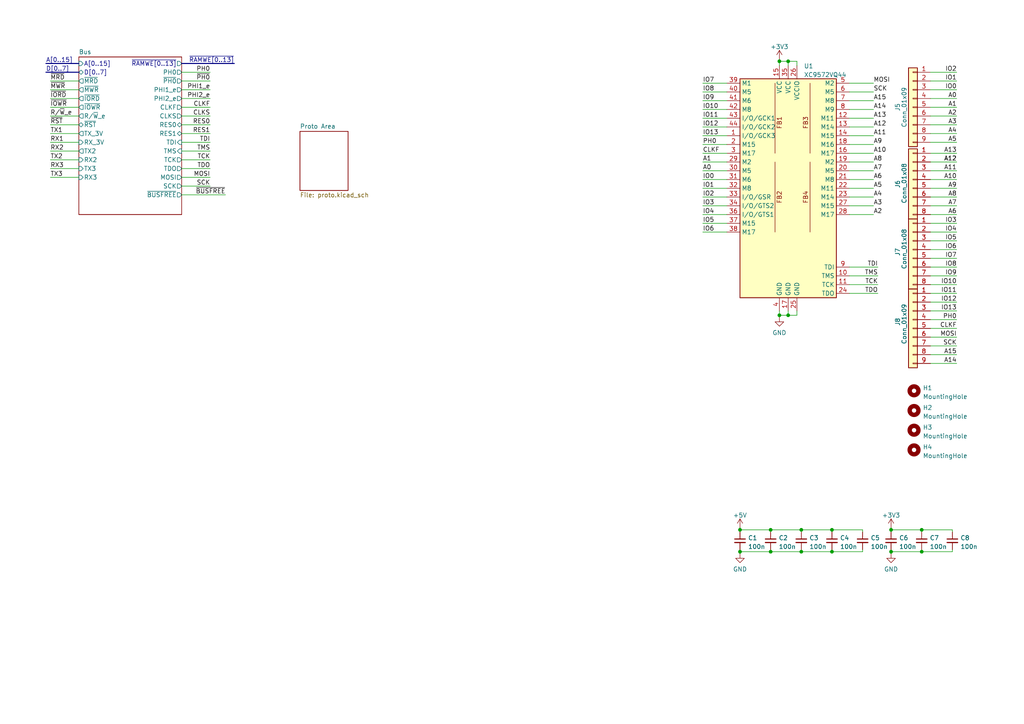
<source format=kicad_sch>
(kicad_sch (version 20230121) (generator eeschema)
  (paper "A4")
  (title_block (title "Unicomp v2 - 6502 6802 Board") (date "2023-06-29") (rev "v2") (company "100% Offner") (comment 1 "v2: Initial"))
  (lib_symbols
    (symbol "Connector_Generic:Conn_01x08" (pin_names (offset 1.016) hide)
      (property "Reference" "J" (at 0 10.16 0))
      (property "Value" "Conn_01x08" (at 0 -12.7 0))
      (symbol "Conn_01x08_1_1"
        (rectangle (start -1.27 -10.033) (end 0 -10.287) (stroke (width 0.1524)))
        (rectangle (start -1.27 -7.493) (end 0 -7.747) (stroke (width 0.1524)))
        (rectangle (start -1.27 -4.953) (end 0 -5.207) (stroke (width 0.1524)))
        (rectangle (start -1.27 -2.413) (end 0 -2.667) (stroke (width 0.1524)))
        (rectangle (start -1.27 0.127) (end 0 -0.127) (stroke (width 0.1524)))
        (rectangle (start -1.27 2.667) (end 0 2.413) (stroke (width 0.1524)))
        (rectangle (start -1.27 5.207) (end 0 4.953) (stroke (width 0.1524)))
        (rectangle (start -1.27 7.747) (end 0 7.493) (stroke (width 0.1524)))
        (rectangle (start -1.27 8.89) (end 1.27 -11.43) (stroke (width 0.254)) (fill (type background)))
        (pin passive line (at -5.08 7.62 0) (length 3.81) (name "Pin_1") (number "1"))
        (pin passive line (at -5.08 5.08 0) (length 3.81) (name "Pin_2") (number "2"))
        (pin passive line (at -5.08 2.54 0) (length 3.81) (name "Pin_3") (number "3"))
        (pin passive line (at -5.08 0 0) (length 3.81) (name "Pin_4") (number "4"))
        (pin passive line (at -5.08 -2.54 0) (length 3.81) (name "Pin_5") (number "5"))
        (pin passive line (at -5.08 -5.08 0) (length 3.81) (name "Pin_6") (number "6"))
        (pin passive line (at -5.08 -7.62 0) (length 3.81) (name "Pin_7") (number "7"))
        (pin passive line (at -5.08 -10.16 0) (length 3.81) (name "Pin_8") (number "8"))
      )
    )
    (symbol "Connector_Generic:Conn_01x09" (pin_names (offset 1.016) hide)
      (property "Reference" "J" (at 0 12.7 0))
      (property "Value" "Conn_01x09" (at 0 -12.7 0))
      (symbol "Conn_01x09_1_1"
        (rectangle (start -1.27 -10.033) (end 0 -10.287) (stroke (width 0.1524)))
        (rectangle (start -1.27 -7.493) (end 0 -7.747) (stroke (width 0.1524)))
        (rectangle (start -1.27 -4.953) (end 0 -5.207) (stroke (width 0.1524)))
        (rectangle (start -1.27 -2.413) (end 0 -2.667) (stroke (width 0.1524)))
        (rectangle (start -1.27 0.127) (end 0 -0.127) (stroke (width 0.1524)))
        (rectangle (start -1.27 2.667) (end 0 2.413) (stroke (width 0.1524)))
        (rectangle (start -1.27 5.207) (end 0 4.953) (stroke (width 0.1524)))
        (rectangle (start -1.27 7.747) (end 0 7.493) (stroke (width 0.1524)))
        (rectangle (start -1.27 10.287) (end 0 10.033) (stroke (width 0.1524)))
        (rectangle (start -1.27 11.43) (end 1.27 -11.43) (stroke (width 0.254)) (fill (type background)))
        (pin passive line (at -5.08 10.16 0) (length 3.81) (name "Pin_1") (number "1"))
        (pin passive line (at -5.08 7.62 0) (length 3.81) (name "Pin_2") (number "2"))
        (pin passive line (at -5.08 5.08 0) (length 3.81) (name "Pin_3") (number "3"))
        (pin passive line (at -5.08 2.54 0) (length 3.81) (name "Pin_4") (number "4"))
        (pin passive line (at -5.08 0 0) (length 3.81) (name "Pin_5") (number "5"))
        (pin passive line (at -5.08 -2.54 0) (length 3.81) (name "Pin_6") (number "6"))
        (pin passive line (at -5.08 -5.08 0) (length 3.81) (name "Pin_7") (number "7"))
        (pin passive line (at -5.08 -7.62 0) (length 3.81) (name "Pin_8") (number "8"))
        (pin passive line (at -5.08 -10.16 0) (length 3.81) (name "Pin_9") (number "9"))
      )
    )
    (symbol "Device:C_Small" (pin_numbers hide) (pin_names (offset 0.254) hide)
      (property "Reference" "C" (at 0.254 1.778 0))
      (property "Value" "C_Small" (at 0.254 -2.032 0))
      (symbol "C_Small_0_1"
        (polyline (pts (xy -1.524 -0.508) (xy 1.524 -0.508)) (stroke (width 0.3302)))
        (polyline (pts (xy -1.524 0.508) (xy 1.524 0.508)) (stroke (width 0.3048)))
      )
      (symbol "C_Small_1_1"
        (pin passive line (at 0 2.54 270) (length 2.032) (name "~") (number "1"))
        (pin passive line (at 0 -2.54 90) (length 2.032) (name "~") (number "2"))
      )
    )
    (symbol "Mechanical:MountingHole" (pin_names (offset 1.016))
      (property "Reference" "H" (at 0 5.08 0))
      (property "Value" "MountingHole" (at 0 3.175 0))
      (symbol "MountingHole_0_1"
        (circle (center 0 0) (radius 1.27) (stroke (width 1.27)))
      )
    )
    (symbol "my_ics_new:XC9572VQ44"
      (property "Reference" "U" (at -12.7 34.29 0))
      (property "Value" "XC9572VQ44" (at -12.7 31.75 0))
      (symbol "XC9572VQ44_0_0"
        (text "FB1" (at -2.54 16.51 900) (effects (font (size 1.27 1.27))))
        (text "FB2" (at -2.54 -5.08 900) (effects (font (size 1.27 1.27))))
        (text "FB3" (at 5.08 16.51 900) (effects (font (size 1.27 1.27))))
        (text "FB4" (at 5.08 -5.08 900) (effects (font (size 1.27 1.27))))
      )
      (symbol "XC9572VQ44_0_1"
        (polyline (pts (xy -3.81 5.08) (xy -3.81 -15.24)) (stroke (width 0.1524)))
        (polyline (pts (xy -3.81 7.62) (xy -3.81 27.94)) (stroke (width 0.1524)))
        (polyline (pts (xy 6.35 5.08) (xy 6.35 -15.24)) (stroke (width 0.1524)))
        (polyline (pts (xy 6.35 7.62) (xy 6.35 27.94)) (stroke (width 0.1524)))
      )
      (symbol "XC9572VQ44_1_1"
        (rectangle (start -13.97 29.21) (end 13.97 -34.29) (stroke (width 0.254)) (fill (type background)))
        (pin bidirectional line (at -17.78 12.7 0) (length 3.81) (name "I/O/GCK3") (number "1"))
        (pin input line (at 17.78 -27.94 180) (length 3.81) (name "TMS") (number "10"))
        (pin input line (at 17.78 -30.48 180) (length 3.81) (name "TCK") (number "11"))
        (pin bidirectional line (at 17.78 17.78 180) (length 3.81) (name "M11") (number "12"))
        (pin bidirectional line (at 17.78 15.24 180) (length 3.81) (name "M14") (number "13"))
        (pin bidirectional line (at 17.78 12.7 180) (length 3.81) (name "M15") (number "14"))
        (pin power_in line (at -2.54 33.02 270) (length 3.81) (name "VCC") (number "15"))
        (pin bidirectional line (at 17.78 7.62 180) (length 3.81) (name "M17") (number "16"))
        (pin power_in line (at 0 -38.1 90) (length 3.81) (name "GND") (number "17"))
        (pin bidirectional line (at 17.78 10.16 180) (length 3.81) (name "M16") (number "18"))
        (pin bidirectional line (at 17.78 5.08 180) (length 3.81) (name "M2") (number "19"))
        (pin bidirectional line (at -17.78 10.16 0) (length 3.81) (name "M15") (number "2"))
        (pin bidirectional line (at 17.78 2.54 180) (length 3.81) (name "M5") (number "20"))
        (pin bidirectional line (at 17.78 0 180) (length 3.81) (name "M8") (number "21"))
        (pin bidirectional line (at 17.78 -2.54 180) (length 3.81) (name "M11") (number "22"))
        (pin bidirectional line (at 17.78 -5.08 180) (length 3.81) (name "M14") (number "23"))
        (pin output line (at 17.78 -33.02 180) (length 3.81) (name "TDO") (number "24"))
        (pin power_in line (at 2.54 -38.1 90) (length 3.81) (name "GND") (number "25"))
        (pin power_in line (at 2.54 33.02 270) (length 3.81) (name "VCCIO") (number "26"))
        (pin bidirectional line (at 17.78 -7.62 180) (length 3.81) (name "M15") (number "27"))
        (pin bidirectional line (at 17.78 -10.16 180) (length 3.81) (name "M17") (number "28"))
        (pin bidirectional line (at -17.78 5.08 0) (length 3.81) (name "M2") (number "29"))
        (pin bidirectional line (at -17.78 7.62 0) (length 3.81) (name "M17") (number "3"))
        (pin bidirectional line (at -17.78 2.54 0) (length 3.81) (name "M5") (number "30"))
        (pin bidirectional line (at -17.78 0 0) (length 3.81) (name "M6") (number "31"))
        (pin bidirectional line (at -17.78 -2.54 0) (length 3.81) (name "M8") (number "32"))
        (pin bidirectional line (at -17.78 -5.08 0) (length 3.81) (name "I/O/GSR") (number "33"))
        (pin bidirectional line (at -17.78 -7.62 0) (length 3.81) (name "I/O/GTS2") (number "34"))
        (pin power_in line (at 0 33.02 270) (length 3.81) (name "VCC") (number "35"))
        (pin bidirectional line (at -17.78 -10.16 0) (length 3.81) (name "I/O/GTS1") (number "36"))
        (pin bidirectional line (at -17.78 -12.7 0) (length 3.81) (name "M15") (number "37"))
        (pin bidirectional line (at -17.78 -15.24 0) (length 3.81) (name "M17") (number "38"))
        (pin bidirectional line (at -17.78 27.94 0) (length 3.81) (name "M1") (number "39"))
        (pin power_in line (at -2.54 -38.1 90) (length 3.81) (name "GND") (number "4"))
        (pin bidirectional line (at -17.78 25.4 0) (length 3.81) (name "M5") (number "40"))
        (pin bidirectional line (at -17.78 22.86 0) (length 3.81) (name "M6") (number "41"))
        (pin bidirectional line (at -17.78 20.32 0) (length 3.81) (name "M8") (number "42"))
        (pin bidirectional line (at -17.78 17.78 0) (length 3.81) (name "I/O/GCK1") (number "43"))
        (pin bidirectional line (at -17.78 15.24 0) (length 3.81) (name "I/O/GCK2") (number "44"))
        (pin bidirectional line (at 17.78 27.94 180) (length 3.81) (name "M2") (number "5"))
        (pin bidirectional line (at 17.78 25.4 180) (length 3.81) (name "M5") (number "6"))
        (pin bidirectional line (at 17.78 22.86 180) (length 3.81) (name "M8") (number "7"))
        (pin bidirectional line (at 17.78 20.32 180) (length 3.81) (name "M9") (number "8"))
        (pin input line (at 17.78 -25.4 180) (length 3.81) (name "TDI") (number "9"))
      )
    )
    (symbol "power:+3V3" (power) (pin_names (offset 0))
      (property "Value" "+3V3" (at 0 3.556 0))
      (symbol "+3V3_0_1"
        (polyline (pts (xy -0.762 1.27) (xy 0 2.54)))
        (polyline (pts (xy 0 0) (xy 0 2.54)))
        (polyline (pts (xy 0 2.54) (xy 0.762 1.27)))
      )
      (symbol "+3V3_1_1"
        (pin power_in line (at 0 0 90) (length 0) hide (name "+3V3") (number "1"))
      )
    )
    (symbol "power:+5V" (power) (pin_names (offset 0))
      (property "Value" "+5V" (at 0 3.556 0))
      (symbol "+5V_0_1"
        (polyline (pts (xy -0.762 1.27) (xy 0 2.54)))
        (polyline (pts (xy 0 0) (xy 0 2.54)))
        (polyline (pts (xy 0 2.54) (xy 0.762 1.27)))
      )
      (symbol "+5V_1_1"
        (pin power_in line (at 0 0 90) (length 0) hide (name "+5V") (number "1"))
      )
    )
    (symbol "power:GND" (power) (pin_names (offset 0))
      (property "Value" "GND" (at 0 -3.81 0))
      (symbol "GND_0_1"
        (polyline (pts (xy 0 0) (xy 0 -1.27) (xy 1.27 -1.27) (xy 0 -2.54) (xy -1.27 -1.27) (xy 0 -1.27)))
      )
      (symbol "GND_1_1"
        (pin power_in line (at 0 0 270) (length 0) hide (name "GND") (number "1"))
      )
    )
  )
  (junction (at 232.41 160.02))
  (junction (at 258.445 153.67))
  (junction (at 226.06 17.78))
  (junction (at 223.52 153.67))
  (junction (at 241.3 160.02))
  (junction (at 241.3 153.67))
  (junction (at 214.63 153.67))
  (junction (at 267.335 153.67))
  (junction (at 223.52 160.02))
  (junction (at 228.6 91.44))
  (junction (at 232.41 153.67))
  (junction (at 214.63 160.02))
  (junction (at 258.445 160.02))
  (junction (at 226.06 91.44))
  (junction (at 228.6 17.78))
  (junction (at 267.335 160.02))
  (wire (pts (xy 269.875 41.275) (xy 277.495 41.275)))
  (wire (pts (xy 241.3 159.385) (xy 241.3 160.02)))
  (wire (pts (xy 250.19 159.385) (xy 250.19 160.02)))
  (wire (pts (xy 203.835 24.13) (xy 210.82 24.13)))
  (wire (pts (xy 223.52 153.67) (xy 223.52 154.305)))
  (wire (pts (xy 14.605 31.115) (xy 22.86 31.115)))
  (wire (pts (xy 269.875 69.85) (xy 277.495 69.85)))
  (wire (pts (xy 246.38 26.67) (xy 253.365 26.67)))
  (wire (pts (xy 52.705 43.815) (xy 60.96 43.815)))
  (bus (pts (xy 52.705 18.415) (xy 67.945 18.415)))
  (wire (pts (xy 269.875 54.61) (xy 277.495 54.61)))
  (wire (pts (xy 269.875 49.53) (xy 277.495 49.53)))
  (wire (pts (xy 269.875 26.035) (xy 277.495 26.035)))
  (wire (pts (xy 203.835 34.29) (xy 210.82 34.29)))
  (wire (pts (xy 269.875 38.735) (xy 277.495 38.735)))
  (wire (pts (xy 52.705 36.195) (xy 60.96 36.195)))
  (wire (pts (xy 214.63 160.655) (xy 214.63 160.02)))
  (wire (pts (xy 203.835 39.37) (xy 210.82 39.37)))
  (wire (pts (xy 214.63 160.02) (xy 223.52 160.02)))
  (wire (pts (xy 269.875 74.93) (xy 277.495 74.93)))
  (wire (pts (xy 203.835 26.67) (xy 210.82 26.67)))
  (wire (pts (xy 52.705 20.955) (xy 60.96 20.955)))
  (wire (pts (xy 267.335 160.02) (xy 276.225 160.02)))
  (wire (pts (xy 226.06 17.78) (xy 226.06 19.05)))
  (wire (pts (xy 52.705 28.575) (xy 60.96 28.575)))
  (wire (pts (xy 250.19 153.67) (xy 250.19 154.305)))
  (wire (pts (xy 232.41 160.02) (xy 241.3 160.02)))
  (wire (pts (xy 228.6 17.78) (xy 228.6 19.05)))
  (wire (pts (xy 203.835 36.83) (xy 210.82 36.83)))
  (wire (pts (xy 258.445 153.67) (xy 267.335 153.67)))
  (wire (pts (xy 269.875 52.07) (xy 277.495 52.07)))
  (wire (pts (xy 14.605 46.355) (xy 22.86 46.355)))
  (wire (pts (xy 269.875 102.87) (xy 277.495 102.87)))
  (wire (pts (xy 269.875 57.15) (xy 277.495 57.15)))
  (wire (pts (xy 203.835 54.61) (xy 210.82 54.61)))
  (wire (pts (xy 246.38 59.69) (xy 253.365 59.69)))
  (wire (pts (xy 226.06 17.145) (xy 226.06 17.78)))
  (wire (pts (xy 52.705 51.435) (xy 60.96 51.435)))
  (wire (pts (xy 258.445 153.035) (xy 258.445 153.67)))
  (wire (pts (xy 246.38 24.13) (xy 253.365 24.13)))
  (wire (pts (xy 269.875 62.23) (xy 277.495 62.23)))
  (wire (pts (xy 203.835 59.69) (xy 210.82 59.69)))
  (wire (pts (xy 269.875 82.55) (xy 277.495 82.55)))
  (wire (pts (xy 258.445 153.67) (xy 258.445 154.305)))
  (wire (pts (xy 203.835 52.07) (xy 210.82 52.07)))
  (wire (pts (xy 14.605 41.275) (xy 22.86 41.275)))
  (wire (pts (xy 226.06 17.78) (xy 228.6 17.78)))
  (wire (pts (xy 267.335 159.385) (xy 267.335 160.02)))
  (wire (pts (xy 232.41 153.67) (xy 232.41 154.305)))
  (wire (pts (xy 14.605 51.435) (xy 22.86 51.435)))
  (wire (pts (xy 269.875 20.955) (xy 277.495 20.955)))
  (wire (pts (xy 203.835 57.15) (xy 210.82 57.15)))
  (wire (pts (xy 269.875 77.47) (xy 277.495 77.47)))
  (wire (pts (xy 214.63 153.035) (xy 214.63 153.67)))
  (wire (pts (xy 232.41 153.67) (xy 241.3 153.67)))
  (wire (pts (xy 246.38 34.29) (xy 253.365 34.29)))
  (wire (pts (xy 231.14 91.44) (xy 231.14 90.17)))
  (wire (pts (xy 246.38 39.37) (xy 253.365 39.37)))
  (wire (pts (xy 223.52 153.67) (xy 232.41 153.67)))
  (wire (pts (xy 269.875 28.575) (xy 277.495 28.575)))
  (wire (pts (xy 14.605 33.655) (xy 22.86 33.655)))
  (wire (pts (xy 52.705 26.035) (xy 60.96 26.035)))
  (wire (pts (xy 228.6 91.44) (xy 231.14 91.44)))
  (bus (pts (xy 22.86 18.415) (xy 13.335 18.415)))
  (wire (pts (xy 269.875 33.655) (xy 277.495 33.655)))
  (wire (pts (xy 228.6 17.78) (xy 231.14 17.78)))
  (wire (pts (xy 269.875 87.63) (xy 277.495 87.63)))
  (wire (pts (xy 246.38 77.47) (xy 254.635 77.47)))
  (wire (pts (xy 246.38 62.23) (xy 253.365 62.23)))
  (wire (pts (xy 232.41 159.385) (xy 232.41 160.02)))
  (wire (pts (xy 228.6 91.44) (xy 228.6 90.17)))
  (wire (pts (xy 52.705 48.895) (xy 60.96 48.895)))
  (wire (pts (xy 52.705 33.655) (xy 60.96 33.655)))
  (wire (pts (xy 246.38 36.83) (xy 253.365 36.83)))
  (wire (pts (xy 269.875 80.01) (xy 277.495 80.01)))
  (wire (pts (xy 269.875 31.115) (xy 277.495 31.115)))
  (wire (pts (xy 203.835 46.99) (xy 210.82 46.99)))
  (wire (pts (xy 14.605 36.195) (xy 22.86 36.195)))
  (wire (pts (xy 241.3 153.67) (xy 241.3 154.305)))
  (wire (pts (xy 52.705 41.275) (xy 60.96 41.275)))
  (wire (pts (xy 269.875 92.71) (xy 277.495 92.71)))
  (wire (pts (xy 226.06 91.44) (xy 228.6 91.44)))
  (wire (pts (xy 269.875 67.31) (xy 277.495 67.31)))
  (wire (pts (xy 269.875 90.17) (xy 277.495 90.17)))
  (wire (pts (xy 226.06 90.17) (xy 226.06 91.44)))
  (wire (pts (xy 269.875 97.79) (xy 277.495 97.79)))
  (wire (pts (xy 223.52 159.385) (xy 223.52 160.02)))
  (wire (pts (xy 203.835 64.77) (xy 210.82 64.77)))
  (wire (pts (xy 52.705 53.975) (xy 60.96 53.975)))
  (wire (pts (xy 203.835 49.53) (xy 210.82 49.53)))
  (wire (pts (xy 203.835 29.21) (xy 210.82 29.21)))
  (wire (pts (xy 14.605 28.575) (xy 22.86 28.575)))
  (wire (pts (xy 246.38 29.21) (xy 253.365 29.21)))
  (wire (pts (xy 246.38 49.53) (xy 253.365 49.53)))
  (wire (pts (xy 246.38 31.75) (xy 253.365 31.75)))
  (wire (pts (xy 203.835 41.91) (xy 210.82 41.91)))
  (wire (pts (xy 223.52 160.02) (xy 232.41 160.02)))
  (wire (pts (xy 52.705 38.735) (xy 60.96 38.735)))
  (wire (pts (xy 246.38 41.91) (xy 253.365 41.91)))
  (wire (pts (xy 14.605 43.815) (xy 22.86 43.815)))
  (wire (pts (xy 269.875 36.195) (xy 277.495 36.195)))
  (wire (pts (xy 231.14 17.78) (xy 231.14 19.05)))
  (wire (pts (xy 203.835 67.31) (xy 210.82 67.31)))
  (wire (pts (xy 14.605 38.735) (xy 22.86 38.735)))
  (wire (pts (xy 214.63 153.67) (xy 214.63 154.305)))
  (wire (pts (xy 276.225 159.385) (xy 276.225 160.02)))
  (wire (pts (xy 14.605 23.495) (xy 22.86 23.495)))
  (wire (pts (xy 203.835 44.45) (xy 210.82 44.45)))
  (wire (pts (xy 14.605 26.035) (xy 22.86 26.035)))
  (wire (pts (xy 52.705 56.515) (xy 65.405 56.515)))
  (wire (pts (xy 226.06 91.44) (xy 226.06 92.075)))
  (wire (pts (xy 203.835 62.23) (xy 210.82 62.23)))
  (wire (pts (xy 269.875 59.69) (xy 277.495 59.69)))
  (wire (pts (xy 258.445 160.02) (xy 267.335 160.02)))
  (wire (pts (xy 203.835 31.75) (xy 210.82 31.75)))
  (wire (pts (xy 269.875 85.09) (xy 277.495 85.09)))
  (wire (pts (xy 246.38 52.07) (xy 253.365 52.07)))
  (wire (pts (xy 269.875 100.33) (xy 277.495 100.33)))
  (wire (pts (xy 246.38 44.45) (xy 253.365 44.45)))
  (wire (pts (xy 267.335 153.67) (xy 267.335 154.305)))
  (wire (pts (xy 269.875 23.495) (xy 277.495 23.495)))
  (wire (pts (xy 246.38 54.61) (xy 253.365 54.61)))
  (wire (pts (xy 246.38 85.09) (xy 254.635 85.09)))
  (wire (pts (xy 269.875 46.99) (xy 277.495 46.99)))
  (wire (pts (xy 269.875 72.39) (xy 277.495 72.39)))
  (wire (pts (xy 52.705 23.495) (xy 60.96 23.495)))
  (wire (pts (xy 269.875 95.25) (xy 277.495 95.25)))
  (bus (pts (xy 22.86 20.955) (xy 13.335 20.955)))
  (wire (pts (xy 241.3 160.02) (xy 250.19 160.02)))
  (wire (pts (xy 246.38 46.99) (xy 253.365 46.99)))
  (wire (pts (xy 269.875 64.77) (xy 277.495 64.77)))
  (wire (pts (xy 52.705 46.355) (xy 60.96 46.355)))
  (wire (pts (xy 52.705 31.115) (xy 60.96 31.115)))
  (wire (pts (xy 214.63 160.02) (xy 214.63 159.385)))
  (wire (pts (xy 258.445 159.385) (xy 258.445 160.02)))
  (wire (pts (xy 258.445 160.02) (xy 258.445 160.655)))
  (wire (pts (xy 276.225 153.67) (xy 276.225 154.305)))
  (wire (pts (xy 214.63 153.67) (xy 223.52 153.67)))
  (wire (pts (xy 267.335 153.67) (xy 276.225 153.67)))
  (wire (pts (xy 246.38 80.01) (xy 254.635 80.01)))
  (wire (pts (xy 246.38 82.55) (xy 254.635 82.55)))
  (wire (pts (xy 14.605 48.895) (xy 22.86 48.895)))
  (wire (pts (xy 269.875 105.41) (xy 277.495 105.41)))
  (wire (pts (xy 269.875 44.45) (xy 277.495 44.45)))
  (wire (pts (xy 241.3 153.67) (xy 250.19 153.67)))
  (wire (pts (xy 246.38 57.15) (xy 253.365 57.15)))
  (label "~{IOWR}" (at 14.605 31.115 0))
  (label "A9" (at 253.365 41.91 0))
  (label "A5" (at 253.365 54.61 0))
  (label "A2" (at 277.495 33.655 180))
  (label "A12" (at 277.495 46.99 180))
  (label "A15" (at 277.495 102.87 180))
  (label "A7" (at 277.495 59.69 180))
  (label "IO11" (at 203.835 34.29 0))
  (label "PH0" (at 277.495 92.71 180))
  (label "PHI2_e" (at 60.96 28.575 180))
  (label "A1" (at 277.495 31.115 180))
  (label "TCK" (at 254.635 82.55 180))
  (label "A11" (at 253.365 39.37 0))
  (label "IO1" (at 277.495 23.495 180))
  (label "IO2" (at 203.835 57.15 0))
  (label "PH0" (at 60.96 20.955 180))
  (label "TX2" (at 14.605 46.355 0))
  (label "A10" (at 253.365 44.45 0))
  (label "TX3" (at 14.605 51.435 0))
  (label "CLKS" (at 60.96 33.655 180))
  (label "IO4" (at 203.835 62.23 0))
  (label "A13" (at 253.365 34.29 0))
  (label "IO13" (at 277.495 90.17 180))
  (label "MOSI" (at 277.495 97.79 180))
  (label "SCK" (at 60.96 53.975 180))
  (label "IO12" (at 203.835 36.83 0))
  (label "TDO" (at 254.635 85.09 180))
  (label "A13" (at 277.495 44.45 180))
  (label "IO3" (at 203.835 59.69 0))
  (label "IO4" (at 277.495 67.31 180))
  (label "A12" (at 253.365 36.83 0))
  (label "A15" (at 253.365 29.21 0))
  (label "IO0" (at 203.835 52.07 0))
  (label "IO5" (at 277.495 69.85 180))
  (label "TDI" (at 60.96 41.275 180))
  (label "~{RST}" (at 14.605 36.195 0))
  (label "R{slash}~{W}_e" (at 14.605 33.655 0))
  (label "~{PH0}" (at 60.96 23.495 180))
  (label "CLKF" (at 60.96 31.115 180))
  (label "IO7" (at 277.495 74.93 180))
  (label "IO1" (at 203.835 54.61 0))
  (label "A8" (at 277.495 57.15 180))
  (label "IO6" (at 277.495 72.39 180))
  (label "IO10" (at 277.495 82.55 180))
  (label "PH0" (at 203.835 41.91 0))
  (label "A10" (at 277.495 52.07 180))
  (label "SCK" (at 253.365 26.67 0))
  (label "IO13" (at 203.835 39.37 0))
  (label "IO12" (at 277.495 87.63 180))
  (label "~{IORD}" (at 14.605 28.575 0))
  (label "~{BUSFREE}" (at 65.405 56.515 180))
  (label "IO0" (at 277.495 26.035 180))
  (label "A11" (at 277.495 49.53 180))
  (label "RX3" (at 14.605 48.895 0))
  (label "A4" (at 277.495 38.735 180))
  (label "RES1" (at 60.96 38.735 180))
  (label "A3" (at 253.365 59.69 0))
  (label "A6" (at 277.495 62.23 180))
  (label "TDO" (at 60.96 48.895 180))
  (label "MOSI" (at 60.96 51.435 180))
  (label "IO6" (at 203.835 67.31 0))
  (label "IO9" (at 277.495 80.01 180))
  (label "RES0" (at 60.96 36.195 180))
  (label "TMS" (at 60.96 43.815 180))
  (label "D[0..7]" (at 13.335 20.955 0))
  (label "RX1" (at 14.605 41.275 0))
  (label "A12" (at 277.495 46.99 180))
  (label "A14" (at 253.365 31.75 0))
  (label "A3" (at 277.495 36.195 180))
  (label "~{MWR}" (at 14.605 26.035 0))
  (label "A5" (at 277.495 41.275 180))
  (label "RX2" (at 14.605 43.815 0))
  (label "A1" (at 203.835 46.99 0))
  (label "TDI" (at 254.635 77.47 180))
  (label "A2" (at 253.365 62.23 0))
  (label "CLKF" (at 203.835 44.45 0))
  (label "IO9" (at 203.835 29.21 0))
  (label "TX1" (at 14.605 38.735 0))
  (label "A8" (at 253.365 46.99 0))
  (label "IO7" (at 203.835 24.13 0))
  (label "IO8" (at 277.495 77.47 180))
  (label "A6" (at 253.365 52.07 0))
  (label "SCK" (at 277.495 100.33 180))
  (label "CLKF" (at 277.495 95.25 180))
  (label "TMS" (at 254.635 80.01 180))
  (label "A14" (at 277.495 105.41 180))
  (label "A[0..15]" (at 13.335 18.415 0))
  (label "~{MRD}" (at 14.605 23.495 0))
  (label "IO3" (at 277.495 64.77 180))
  (label "A4" (at 253.365 57.15 0))
  (label "A9" (at 277.495 54.61 180))
  (label "IO10" (at 203.835 31.75 0))
  (label "IO5" (at 203.835 64.77 0))
  (label "IO8" (at 203.835 26.67 0))
  (label "IO11" (at 277.495 85.09 180))
  (label "A0" (at 277.495 28.575 180))
  (label "MOSI" (at 253.365 24.13 0))
  (label "IO2" (at 277.495 20.955 180))
  (label "A7" (at 253.365 49.53 0))
  (label "TCK" (at 60.96 46.355 180))
  (label "A0" (at 203.835 49.53 0))
  (label "PHI1_e" (at 60.96 26.035 180))
  (label "~{RAMWE[0..13]}" (at 67.945 18.415 180))
  (symbol (lib_id "Device:C_Small") (at 223.52 156.845 0) (unit 1)
    (property "Reference" "C2" (at 225.8441 156.0166 0) (effects (justify left)))
    (property "Value" "100n" (at 225.8441 158.5535 0) (effects (justify left)))
    (property "Footprint" "Capacitor_SMD:C_1206_3216Metric" (effects hide))
  )
  (symbol (lib_id "Mechanical:MountingHole") (at 265.1125 113.3475 0) (unit 1)
    (property "Reference" "H1" (at 267.6525 112.5128 0) (effects (justify left)))
    (property "Value" "MountingHole" (at 267.6525 115.0497 0) (effects (justify left)))
    (property "Footprint" "MountingHole:MountingHole_3.2mm_M3" (effects hide))
  )
  (symbol (lib_id "Device:C_Small") (at 276.225 156.845 0) (unit 1)
    (property "Reference" "C8" (at 278.5491 156.0166 0) (effects (justify left)))
    (property "Value" "100n" (at 278.5491 158.5535 0) (effects (justify left)))
    (property "Footprint" "Capacitor_SMD:C_1206_3216Metric" (effects hide))
  )
  (symbol (lib_id "Connector_Generic:Conn_01x09") (at 264.795 31.115 0) (mirror y) (unit 1)
    (property "Reference" "J5" (at 260.35 31.115 90))
    (property "Value" "Conn_01x09" (at 262.2519 31.115 90))
    (property "Footprint" "Connector_PinHeader_2.54mm:PinHeader_1x09_P2.54mm_Vertical" (effects hide))
  )
  (symbol (lib_id "Device:C_Small") (at 267.335 156.845 0) (unit 1)
    (property "Reference" "C7" (at 269.6591 156.0166 0) (effects (justify left)))
    (property "Value" "100n" (at 269.6591 158.5535 0) (effects (justify left)))
    (property "Footprint" "Capacitor_SMD:C_1206_3216Metric" (effects hide))
  )
  (symbol (lib_id "power:GND") (at 214.63 160.655 0) (unit 1)
    (property "Reference" "#PWR05" (effects hide))
    (property "Value" "GND" (at 214.63 165.0984 0))
  )
  (symbol (lib_id "Mechanical:MountingHole") (at 265.1125 124.7775 0) (unit 1)
    (property "Reference" "H3" (at 267.6525 123.9428 0) (effects (justify left)))
    (property "Value" "MountingHole" (at 267.6525 126.4797 0) (effects (justify left)))
    (property "Footprint" "MountingHole:MountingHole_3.2mm_M3" (effects hide))
  )
  (symbol (lib_id "power:+3V3") (at 226.06 17.145 0) (unit 1)
    (property "Reference" "#PWR01" (effects hide))
    (property "Value" "+3V3" (at 226.06 13.5692 0))
  )
  (symbol (lib_id "Device:C_Small") (at 232.41 156.845 0) (unit 1)
    (property "Reference" "C3" (at 234.7341 156.0166 0) (effects (justify left)))
    (property "Value" "100n" (at 234.7341 158.5535 0) (effects (justify left)))
    (property "Footprint" "Capacitor_SMD:C_1206_3216Metric" (effects hide))
  )
  (symbol (lib_id "Mechanical:MountingHole") (at 265.1125 119.0625 0) (unit 1)
    (property "Reference" "H2" (at 267.6525 118.2278 0) (effects (justify left)))
    (property "Value" "MountingHole" (at 267.6525 120.7647 0) (effects (justify left)))
    (property "Footprint" "MountingHole:MountingHole_3.2mm_M3" (effects hide))
  )
  (symbol (lib_id "Connector_Generic:Conn_01x08") (at 264.795 72.39 0) (mirror y) (unit 1)
    (property "Reference" "J7" (at 260.35 74.295 90) (effects (justify left)))
    (property "Value" "Conn_01x08" (at 262.2519 78.105 90) (effects (justify left)))
    (property "Footprint" "Connector_PinHeader_2.54mm:PinHeader_1x08_P2.54mm_Vertical" (effects hide))
  )
  (symbol (lib_id "Mechanical:MountingHole") (at 265.1125 130.4925 0) (unit 1)
    (property "Reference" "H4" (at 267.6525 129.6578 0) (effects (justify left)))
    (property "Value" "MountingHole" (at 267.6525 132.1947 0) (effects (justify left)))
    (property "Footprint" "MountingHole:MountingHole_3.2mm_M3" (effects hide))
  )
  (symbol (lib_id "Device:C_Small") (at 241.3 156.845 0) (unit 1)
    (property "Reference" "C4" (at 243.6241 156.0166 0) (effects (justify left)))
    (property "Value" "100n" (at 243.6241 158.5535 0) (effects (justify left)))
    (property "Footprint" "Capacitor_SMD:C_1206_3216Metric" (effects hide))
  )
  (symbol (lib_id "my_ics_new:XC9572VQ44") (at 228.6 52.07 0) (unit 1)
    (property "Reference" "U1" (at 233.1594 19.1602 0) (effects (justify left)))
    (property "Value" "XC9572VQ44" (at 233.1594 21.6971 0) (effects (justify left)))
    (property "Footprint" "Package_QFP:TQFP-44_10x10mm_P0.8mm" (effects hide))
  )
  (symbol (lib_id "power:GND") (at 258.445 160.655 0) (unit 1)
    (property "Reference" "#PWR06" (effects hide))
    (property "Value" "GND" (at 258.445 165.0984 0))
  )
  (symbol (lib_id "power:+3V3") (at 258.445 153.035 0) (unit 1)
    (property "Reference" "#PWR04" (effects hide))
    (property "Value" "+3V3" (at 258.445 149.4592 0))
  )
  (symbol (lib_id "Device:C_Small") (at 250.19 156.845 0) (unit 1)
    (property "Reference" "C5" (at 252.5141 156.0166 0) (effects (justify left)))
    (property "Value" "100n" (at 252.5141 158.5535 0) (effects (justify left)))
    (property "Footprint" "Capacitor_SMD:C_1206_3216Metric" (effects hide))
  )
  (symbol (lib_id "Device:C_Small") (at 214.63 156.845 0) (unit 1)
    (property "Reference" "C1" (at 216.9541 156.0166 0) (effects (justify left)))
    (property "Value" "100n" (at 216.9541 158.5535 0) (effects (justify left)))
    (property "Footprint" "Capacitor_SMD:C_1206_3216Metric" (effects hide))
  )
  (symbol (lib_id "Device:C_Small") (at 258.445 156.845 0) (unit 1)
    (property "Reference" "C6" (at 260.7691 156.0166 0) (effects (justify left)))
    (property "Value" "100n" (at 260.7691 158.5535 0) (effects (justify left)))
    (property "Footprint" "Capacitor_SMD:C_1206_3216Metric" (effects hide))
  )
  (symbol (lib_id "power:+5V") (at 214.63 153.035 0) (unit 1)
    (property "Reference" "#PWR03" (effects hide))
    (property "Value" "+5V" (at 214.63 149.4592 0))
  )
  (symbol (lib_id "power:GND") (at 226.06 92.075 0) (unit 1)
    (property "Reference" "#PWR02" (effects hide))
    (property "Value" "GND" (at 226.06 96.5184 0))
  )
  (symbol (lib_id "Connector_Generic:Conn_01x09") (at 264.795 95.25 0) (mirror y) (unit 1)
    (property "Reference" "J8" (at 260.35 93.345 90))
    (property "Value" "Conn_01x09" (at 262.255 93.98 90))
    (property "Footprint" "Connector_PinHeader_2.54mm:PinHeader_1x09_P2.54mm_Vertical" (effects hide))
  )
  (symbol (lib_id "Connector_Generic:Conn_01x08") (at 264.795 52.07 0) (mirror y) (unit 1)
    (property "Reference" "J6" (at 260.35 54.61 90) (effects (justify left)))
    (property "Value" "Conn_01x08" (at 262.255 59.055 90) (effects (justify left)))
    (property "Footprint" "Connector_PinHeader_2.54mm:PinHeader_1x08_P2.54mm_Vertical" (effects hide))
  )
  (sheet (at 22.86 16.51) (size 29.845 45.72) (stroke (width 0.1524))
    (property "Sheetname" "Bus" (at 22.86 15.7984 0) (effects (justify left bottom)))
    (property "Sheetfile" "bus.kicad_sch" (effects hide))
    (pin "D[0..7]" bidirectional (at 22.86 20.955 180))
    (pin "A[0..15]" input (at 22.86 18.415 180))
    (pin "TMS" input (at 52.705 43.815 0))
    (pin "TDO" output (at 52.705 48.895 0))
    (pin "TDI" input (at 52.705 41.275 0))
    (pin "RES0" bidirectional (at 52.705 36.195 0))
    (pin "TX3" input (at 22.86 48.895 180))
    (pin "TX2" output (at 22.86 43.815 180))
    (pin "RES1" bidirectional (at 52.705 38.735 0))
    (pin "RX2" input (at 22.86 46.355 180))
    (pin "RX3" input (at 22.86 51.435 180))
    (pin "TX_3V" output (at 22.86 38.735 180))
    (pin "RX_3V" input (at 22.86 41.275 180))
    (pin "TCK" output (at 52.705 46.355 0))
    (pin "MOSI" output (at 52.705 51.435 0))
    (pin "SCK" output (at 52.705 53.975 0))
    (pin "~{MRD}" output (at 22.86 23.495 180))
    (pin "~{IORD}" output (at 22.86 28.575 180))
    (pin "~{IOWR}" output (at 22.86 31.115 180))
    (pin "R{slash}~{W}_e" output (at 22.86 33.655 180))
    (pin "~{MWR}" output (at 22.86 26.035 180))
    (pin "~{RST}" bidirectional (at 22.86 36.195 180))
    (pin "PH0" output (at 52.705 20.955 0))
    (pin "CLKS" output (at 52.705 33.655 0))
    (pin "~{PH0}" output (at 52.705 23.495 0))
    (pin "CLKF" output (at 52.705 31.115 0))
    (pin "PHI1_e" output (at 52.705 26.035 0))
    (pin "PHI2_e" output (at 52.705 28.575 0))
    (pin "~{BUSFREE}" output (at 52.705 56.515 0))
    (pin "~{RAMWE[0..13]}" output (at 52.705 18.415 0))
  )
  (sheet (at 86.995 38.1) (size 13.97 17.145) (stroke (width 0.1524))
    (property "Sheetname" "Proto Area" (at 86.995 37.3884 0) (effects (justify left bottom)))
    (property "Sheetfile" "proto.kicad_sch" (at 86.995 55.8296 0) (effects (justify left top)))
  )
)
</source>
